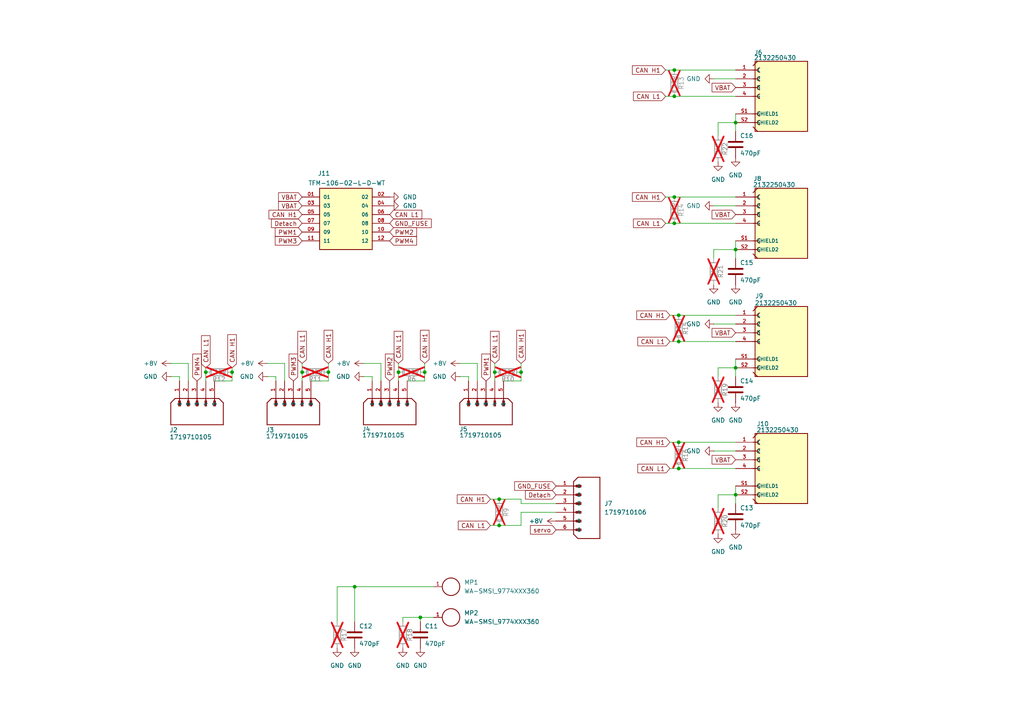
<source format=kicad_sch>
(kicad_sch (version 20231120) (generator "eeschema") (generator_version "8.0")
  (paper "A4")
  (title_block (title "CONNECTOR") (date "7/24/2024") (rev "V1.0"))
  (lib_symbols
    (symbol "1719710105:1719710105" (pin_names (offset 1.016))
      (property "Reference" "J" (at 0 8.89 0))
      (property "Value" "1719710105" (at 0 -10.16 0))
      (symbol "1719710105_0_0"
        (polyline (pts (xy 0 -6.35) (xy 1.27 -7.62)) (stroke (width 0.254)))
        (polyline (pts (xy 0 -5.08) (xy 1.905 -5.08)) (stroke (width 0.254)))
        (polyline (pts (xy 0 -2.54) (xy 1.905 -2.54)) (stroke (width 0.254)))
        (polyline (pts (xy 0 0) (xy 1.905 0)) (stroke (width 0.254)))
        (polyline (pts (xy 0 2.54) (xy 1.905 2.54)) (stroke (width 0.254)))
        (polyline (pts (xy 0 5.08) (xy 0 -6.35)) (stroke (width 0.254)))
        (polyline (pts (xy 0 5.08) (xy 1.905 5.08)) (stroke (width 0.254)))
        (polyline (pts (xy 0 6.35) (xy 0 5.08)) (stroke (width 0.254)))
        (polyline (pts (xy 0 6.35) (xy 1.27 7.62)) (stroke (width 0.254)))
        (polyline (pts (xy 1.27 -7.62) (xy 7.62 -7.62)) (stroke (width 0.254)))
        (polyline (pts (xy 7.62 -7.62) (xy 7.62 7.62)) (stroke (width 0.254)))
        (polyline (pts (xy 7.62 7.62) (xy 1.27 7.62)) (stroke (width 0.254)))
        (rectangle (start 0.635 -5.3975) (end 2.2225 -4.7625) (stroke (width 0.1)) (fill (type outline)))
        (rectangle (start 0.635 -2.8575) (end 2.2225 -2.2225) (stroke (width 0.1)) (fill (type outline)))
        (rectangle (start 0.635 -0.3175) (end 2.2225 0.3175) (stroke (width 0.1)) (fill (type outline)))
        (rectangle (start 0.635 2.2225) (end 2.2225 2.8575) (stroke (width 0.1)) (fill (type outline)))
        (rectangle (start 0.635 4.7625) (end 2.2225 5.3975) (stroke (width 0.1)) (fill (type outline)))
        (pin passive line (at -5.08 5.08 0) (length 5.08) (name "1") (number "1"))
        (pin passive line (at -5.08 2.54 0) (length 5.08) (name "2") (number "2"))
        (pin passive line (at -5.08 0 0) (length 5.08) (name "3") (number "3"))
        (pin passive line (at -5.08 -2.54 0) (length 5.08) (name "4") (number "4"))
        (pin passive line (at -5.08 -5.08 0) (length 5.08) (name "5") (number "5"))
      )
    )
    (symbol "1719710106:1719710106" (pin_names (offset 1.016))
      (property "Reference" "J" (at 0 8.89 0))
      (property "Value" "1719710106" (at 0 -12.7 0))
      (symbol "1719710106_0_0"
        (polyline (pts (xy 0 -8.89) (xy 1.27 -10.16)) (stroke (width 0.254)))
        (polyline (pts (xy 0 -7.62) (xy 1.905 -7.62)) (stroke (width 0.254)))
        (polyline (pts (xy 0 -5.08) (xy 1.905 -5.08)) (stroke (width 0.254)))
        (polyline (pts (xy 0 -2.54) (xy 1.905 -2.54)) (stroke (width 0.254)))
        (polyline (pts (xy 0 0) (xy 1.905 0)) (stroke (width 0.254)))
        (polyline (pts (xy 0 2.54) (xy 1.905 2.54)) (stroke (width 0.254)))
        (polyline (pts (xy 0 5.08) (xy 0 -8.89)) (stroke (width 0.254)))
        (polyline (pts (xy 0 5.08) (xy 1.905 5.08)) (stroke (width 0.254)))
        (polyline (pts (xy 0 6.35) (xy 0 5.08)) (stroke (width 0.254)))
        (polyline (pts (xy 0 6.35) (xy 1.27 7.62)) (stroke (width 0.254)))
        (polyline (pts (xy 1.27 -10.16) (xy 7.62 -10.16)) (stroke (width 0.254)))
        (polyline (pts (xy 7.62 -10.16) (xy 7.62 7.62)) (stroke (width 0.254)))
        (polyline (pts (xy 7.62 7.62) (xy 1.27 7.62)) (stroke (width 0.254)))
        (rectangle (start 0.635 -7.9375) (end 2.2225 -7.3025) (stroke (width 0.1)) (fill (type outline)))
        (rectangle (start 0.635 -5.3975) (end 2.2225 -4.7625) (stroke (width 0.1)) (fill (type outline)))
        (rectangle (start 0.635 -2.8575) (end 2.2225 -2.2225) (stroke (width 0.1)) (fill (type outline)))
        (rectangle (start 0.635 -0.3175) (end 2.2225 0.3175) (stroke (width 0.1)) (fill (type outline)))
        (rectangle (start 0.635 2.2225) (end 2.2225 2.8575) (stroke (width 0.1)) (fill (type outline)))
        (rectangle (start 0.635 4.7625) (end 2.2225 5.3975) (stroke (width 0.1)) (fill (type outline)))
        (pin passive line (at -5.08 5.08 0) (length 5.08) (name "1") (number "1"))
        (pin passive line (at -5.08 2.54 0) (length 5.08) (name "2") (number "2"))
        (pin passive line (at -5.08 0 0) (length 5.08) (name "3") (number "3"))
        (pin passive line (at -5.08 -2.54 0) (length 5.08) (name "4") (number "4"))
        (pin passive line (at -5.08 -5.08 0) (length 5.08) (name "5") (number "5"))
        (pin passive line (at -5.08 -7.62 0) (length 5.08) (name "6") (number "6"))
      )
    )
    (symbol "2132250430:2132250430" (pin_names (offset 1.016))
      (property "Reference" "J" (at -7.62 11.43 0))
      (property "Value" "2132250430" (at -7.62 -12.7 0))
      (symbol "2132250430_0_0"
        (rectangle (start -8.1817 -10.16) (end 7.0583 10.16) (stroke (width 0.254)) (fill (type background)))
        (polyline (pts (xy 6.35 10.16) (xy 7.62 8.89)) (stroke (width 0.254)))
        (polyline (pts (xy 7.62 -8.89) (xy 6.35 -10.16)) (stroke (width 0.254)))
        (polyline (pts (xy 7.62 -7.62) (xy 6.35 -7.62)) (stroke (width 0.254)))
        (polyline (pts (xy 7.62 -5.08) (xy 6.35 -5.08)) (stroke (width 0.254)))
        (polyline (pts (xy 7.62 0) (xy 6.35 0)) (stroke (width 0.254)))
        (polyline (pts (xy 7.62 2.54) (xy 6.35 2.54)) (stroke (width 0.254)))
        (polyline (pts (xy 7.62 5.08) (xy 6.35 5.08)) (stroke (width 0.254)))
        (polyline (pts (xy 7.62 7.62) (xy 6.35 7.62)) (stroke (width 0.254)))
        (arc (start 5.715 -8.255) (mid 6.3472 -7.62) (end 5.715 -6.985) (stroke (width 0.254)))
        (arc (start 5.715 -5.715) (mid 6.3472 -5.08) (end 5.715 -4.445) (stroke (width 0.254)))
        (arc (start 5.715 -0.635) (mid 6.3472 0) (end 5.715 0.635) (stroke (width 0.254)))
        (arc (start 5.715 1.905) (mid 6.3472 2.54) (end 5.715 3.175) (stroke (width 0.254)))
        (arc (start 5.715 4.445) (mid 6.3472 5.08) (end 5.715 5.715) (stroke (width 0.254)))
        (arc (start 5.715 6.985) (mid 6.3472 7.62) (end 5.715 8.255) (stroke (width 0.254)))
        (pin passive line (at 12.7 7.62 180) (length 5.08) (name "1") (number "1"))
        (pin passive line (at 12.7 5.08 180) (length 5.08) (name "2") (number "2"))
        (pin passive line (at 12.7 2.54 180) (length 5.08) (name "3") (number "3"))
        (pin passive line (at 12.7 0 180) (length 5.08) (name "4") (number "4"))
        (pin passive line (at 12.7 -5.08 180) (length 5.08) (name "SHIELD1") (number "S1"))
        (pin passive line (at 12.7 -7.62 180) (length 5.08) (name "SHIELD2") (number "S2"))
      )
    )
    (symbol "9774120360R:WA-SMSI_9774XXX360" (pin_names (offset 1.016))
      (property "Reference" "MP" (at 0 3.556 0))
      (symbol "WA-SMSI_9774XXX360_0_0"
        (circle (center 0 0) (radius 2.54) (stroke (width 0.254)))
        (pin passive line (at -5.08 0 0) (length 2.54) (name "~") (number "1"))
      )
    )
    (symbol "Device:C" (pin_numbers hide) (pin_names (offset 0.254))
      (property "Reference" "C" (at 0.635 2.54 0))
      (property "Value" "C" (at 0.635 -2.54 0))
      (symbol "C_0_1"
        (polyline (pts (xy -2.032 -0.762) (xy 2.032 -0.762)) (stroke (width 0.508)))
        (polyline (pts (xy -2.032 0.762) (xy 2.032 0.762)) (stroke (width 0.508)))
      )
      (symbol "C_1_1"
        (pin passive line (at 0 3.81 270) (length 2.794) (name "~") (number "1"))
        (pin passive line (at 0 -3.81 90) (length 2.794) (name "~") (number "2"))
      )
    )
    (symbol "Device:R" (pin_numbers hide) (pin_names (offset 0))
      (property "Reference" "R" (at 2.032 0 90))
      (property "Value" "R" (at 0 0 90))
      (symbol "R_0_1"
        (rectangle (start -1.016 -2.54) (end 1.016 2.54) (stroke (width 0.254)))
      )
      (symbol "R_1_1"
        (pin passive line (at 0 3.81 270) (length 1.27) (name "~") (number "1"))
        (pin passive line (at 0 -3.81 90) (length 1.27) (name "~") (number "2"))
      )
    )
    (symbol "GND_1" (power) (pin_numbers hide) (pin_names (offset 0) hide)
      (property "Value" "GND" (at 0 -3.81 0))
      (symbol "GND_1_0_1"
        (polyline (pts (xy 0 0) (xy 0 -1.27) (xy 1.27 -1.27) (xy 0 -2.54) (xy -1.27 -1.27) (xy 0 -1.27)))
      )
      (symbol "GND_1_1_1"
        (pin power_in line (at 0 0 270) (length 0) (name "~") (number "1"))
      )
    )
    (symbol "TFM_106_02_L_D_WT (1):TFM-106-02-L-D-WT" (pin_names (offset 1.016))
      (property "Reference" "J" (at -8.12 8.736 0))
      (property "Value" "TFM-106-02-L-D-WT" (at -7.62 -12.7 0))
      (symbol "TFM-106-02-L-D-WT_0_0"
        (rectangle (start -7.62 -10.16) (end 7.62 7.62) (stroke (width 0.254)) (fill (type background)))
        (pin passive line (at -12.7 5.08 0) (length 5.08) (name "01") (number "01"))
        (pin passive line (at 12.7 5.08 180) (length 5.08) (name "02") (number "02"))
        (pin passive line (at -12.7 2.54 0) (length 5.08) (name "03") (number "03"))
        (pin passive line (at 12.7 2.54 180) (length 5.08) (name "04") (number "04"))
        (pin passive line (at -12.7 0 0) (length 5.08) (name "05") (number "05"))
        (pin passive line (at 12.7 0 180) (length 5.08) (name "06") (number "06"))
        (pin passive line (at -12.7 -2.54 0) (length 5.08) (name "07") (number "07"))
        (pin passive line (at 12.7 -2.54 180) (length 5.08) (name "08") (number "08"))
        (pin passive line (at -12.7 -5.08 0) (length 5.08) (name "09") (number "09"))
        (pin passive line (at 12.7 -5.08 180) (length 5.08) (name "10") (number "10"))
        (pin passive line (at -12.7 -7.62 0) (length 5.08) (name "11") (number "11"))
        (pin passive line (at 12.7 -7.62 180) (length 5.08) (name "12") (number "12"))
      )
    )
    (symbol "power:+8V" (power) (pin_numbers hide) (pin_names (offset 0) hide)
      (property "Value" "+8V" (at 0 3.556 0))
      (symbol "+8V_0_1"
        (polyline (pts (xy -0.762 1.27) (xy 0 2.54)))
        (polyline (pts (xy 0 0) (xy 0 2.54)))
        (polyline (pts (xy 0 2.54) (xy 0.762 1.27)))
      )
      (symbol "+8V_1_1"
        (pin power_in line (at 0 0 90) (length 0) (name "~") (number "1"))
      )
    )
  )
  (junction (at 195.58 57.15))
  (junction (at 196.85 99.06))
  (junction (at 196.85 91.44))
  (junction (at 196.85 128.27))
  (junction (at 195.58 64.77))
  (junction (at 213.36 106.68))
  (junction (at 115.57 107.95))
  (junction (at 143.51 107.95))
  (junction (at 102.87 170.18))
  (junction (at 213.36 35.56))
  (junction (at 144.78 144.78))
  (junction (at 151.13 107.95))
  (junction (at 213.36 72.39))
  (junction (at 195.58 27.94))
  (junction (at 95.25 107.95))
  (junction (at 67.31 107.95))
  (junction (at 196.85 135.89))
  (junction (at 59.69 107.95))
  (junction (at 87.63 107.95))
  (junction (at 121.92 179.07))
  (junction (at 123.19 107.95))
  (junction (at 144.78 152.4))
  (junction (at 195.58 20.32))
  (junction (at 213.36 143.51))
  (wire (pts (xy 95.25 110.49) (xy 90.17 110.49)))
  (wire (pts (xy 208.28 147.32) (xy 208.28 143.51)))
  (wire (pts (xy 151.13 152.4) (xy 151.13 148.59)))
  (wire (pts (xy 67.31 110.49) (xy 62.23 110.49)))
  (wire (pts (xy 125.73 179.07) (xy 121.92 179.07)))
  (wire (pts (xy 144.78 144.78) (xy 151.13 144.78)))
  (wire (pts (xy 97.79 170.18) (xy 102.87 170.18)))
  (wire (pts (xy 123.19 105.41) (xy 123.19 107.95)))
  (wire (pts (xy 151.13 144.78) (xy 151.13 146.05)))
  (wire (pts (xy 194.31 99.06) (xy 196.85 99.06)))
  (wire (pts (xy 110.49 105.41) (xy 110.49 110.49)))
  (wire (pts (xy 123.19 107.95) (xy 123.19 110.49)))
  (wire (pts (xy 193.04 27.94) (xy 195.58 27.94)))
  (wire (pts (xy 49.53 109.22) (xy 52.07 109.22)))
  (wire (pts (xy 151.13 146.05) (xy 161.29 146.05)))
  (wire (pts (xy 80.01 109.22) (xy 80.01 110.49)))
  (wire (pts (xy 208.28 35.56) (xy 213.36 35.56)))
  (wire (pts (xy 142.24 152.4) (xy 144.78 152.4)))
  (wire (pts (xy 195.58 57.15) (xy 213.36 57.15)))
  (wire (pts (xy 194.31 128.27) (xy 196.85 128.27)))
  (wire (pts (xy 196.85 135.89) (xy 213.36 135.89)))
  (wire (pts (xy 133.35 105.41) (xy 138.43 105.41)))
  (wire (pts (xy 144.78 152.4) (xy 151.13 152.4)))
  (wire (pts (xy 196.85 99.06) (xy 213.36 99.06)))
  (wire (pts (xy 102.87 170.18) (xy 102.87 180.34)))
  (wire (pts (xy 196.85 91.44) (xy 213.36 91.44)))
  (wire (pts (xy 207.01 130.81) (xy 213.36 130.81)))
  (wire (pts (xy 207.01 22.86) (xy 213.36 22.86)))
  (wire (pts (xy 207.01 72.39) (xy 213.36 72.39)))
  (wire (pts (xy 213.36 104.14) (xy 213.36 106.68)))
  (wire (pts (xy 207.01 59.69) (xy 213.36 59.69)))
  (wire (pts (xy 135.89 109.22) (xy 135.89 110.49)))
  (wire (pts (xy 116.84 180.34) (xy 116.84 179.07)))
  (wire (pts (xy 107.95 109.22) (xy 107.95 110.49)))
  (wire (pts (xy 195.58 64.77) (xy 213.36 64.77)))
  (wire (pts (xy 87.63 105.41) (xy 87.63 107.95)))
  (wire (pts (xy 151.13 105.41) (xy 151.13 107.95)))
  (wire (pts (xy 95.25 105.41) (xy 95.25 107.95)))
  (wire (pts (xy 213.36 35.56) (xy 213.36 38.1)))
  (wire (pts (xy 67.31 107.95) (xy 67.31 110.49)))
  (wire (pts (xy 143.51 107.95) (xy 143.51 110.49)))
  (wire (pts (xy 193.04 64.77) (xy 195.58 64.77)))
  (wire (pts (xy 49.53 105.41) (xy 54.61 105.41)))
  (wire (pts (xy 115.57 107.95) (xy 115.57 110.49)))
  (wire (pts (xy 194.31 135.89) (xy 196.85 135.89)))
  (wire (pts (xy 105.41 109.22) (xy 107.95 109.22)))
  (wire (pts (xy 77.47 105.41) (xy 82.55 105.41)))
  (wire (pts (xy 59.69 107.95) (xy 59.69 110.49)))
  (wire (pts (xy 95.25 107.95) (xy 95.25 110.49)))
  (wire (pts (xy 142.24 144.78) (xy 144.78 144.78)))
  (wire (pts (xy 116.84 179.07) (xy 121.92 179.07)))
  (wire (pts (xy 207.01 74.93) (xy 207.01 72.39)))
  (wire (pts (xy 67.31 106.68) (xy 67.31 107.95)))
  (wire (pts (xy 151.13 107.95) (xy 151.13 110.49)))
  (wire (pts (xy 143.51 105.41) (xy 143.51 107.95)))
  (wire (pts (xy 207.01 93.98) (xy 213.36 93.98)))
  (wire (pts (xy 102.87 170.18) (xy 125.73 170.18)))
  (wire (pts (xy 52.07 109.22) (xy 52.07 110.49)))
  (wire (pts (xy 213.36 33.02) (xy 213.36 35.56)))
  (wire (pts (xy 59.69 106.68) (xy 59.69 107.95)))
  (wire (pts (xy 77.47 109.22) (xy 80.01 109.22)))
  (wire (pts (xy 195.58 20.32) (xy 213.36 20.32)))
  (wire (pts (xy 213.36 72.39) (xy 213.36 74.93)))
  (wire (pts (xy 213.36 69.85) (xy 213.36 72.39)))
  (wire (pts (xy 208.28 109.22) (xy 208.28 106.68)))
  (wire (pts (xy 115.57 105.41) (xy 115.57 107.95)))
  (wire (pts (xy 121.92 179.07) (xy 121.92 180.34)))
  (wire (pts (xy 194.31 91.44) (xy 196.85 91.44)))
  (wire (pts (xy 151.13 148.59) (xy 161.29 148.59)))
  (wire (pts (xy 54.61 105.41) (xy 54.61 110.49)))
  (wire (pts (xy 82.55 105.41) (xy 82.55 110.49)))
  (wire (pts (xy 208.28 143.51) (xy 213.36 143.51)))
  (wire (pts (xy 138.43 105.41) (xy 138.43 110.49)))
  (wire (pts (xy 87.63 107.95) (xy 87.63 110.49)))
  (wire (pts (xy 123.19 110.49) (xy 118.11 110.49)))
  (wire (pts (xy 196.85 128.27) (xy 213.36 128.27)))
  (wire (pts (xy 133.35 109.22) (xy 135.89 109.22)))
  (wire (pts (xy 195.58 27.94) (xy 213.36 27.94)))
  (wire (pts (xy 213.36 106.68) (xy 213.36 109.22)))
  (wire (pts (xy 208.28 39.37) (xy 208.28 35.56)))
  (wire (pts (xy 208.28 106.68) (xy 213.36 106.68)))
  (wire (pts (xy 213.36 140.97) (xy 213.36 143.51)))
  (wire (pts (xy 105.41 105.41) (xy 110.49 105.41)))
  (wire (pts (xy 213.36 143.51) (xy 213.36 146.05)))
  (wire (pts (xy 193.04 57.15) (xy 195.58 57.15)))
  (wire (pts (xy 151.13 110.49) (xy 146.05 110.49)))
  (wire (pts (xy 193.04 20.32) (xy 195.58 20.32)))
  (wire (pts (xy 97.79 180.34) (xy 97.79 170.18)))
  (global_label "CAN H1" (shape input) (at 67.31 106.68 90) (property "Intersheetrefs" "${INTERSHEET_REFS}" (effects (hide yes))))
  (global_label "PWM2" (shape input) (at 113.03 67.31 0) (property "Intersheetrefs" "${INTERSHEET_REFS}" (effects (hide yes))))
  (global_label "CAN H1" (shape input) (at 95.25 105.41 90) (property "Intersheetrefs" "${INTERSHEET_REFS}" (effects (hide yes))))
  (global_label "VBAT" (shape input) (at 87.63 57.15 180) (property "Intersheetrefs" "${INTERSHEET_REFS}" (effects (hide yes))))
  (global_label "CAN L1" (shape input) (at 193.04 64.77 180) (property "Intersheetrefs" "${INTERSHEET_REFS}" (effects (hide yes))))
  (global_label "VBAT" (shape input) (at 213.36 25.4 180) (property "Intersheetrefs" "${INTERSHEET_REFS}" (effects (hide yes))))
  (global_label "CAN H1" (shape input) (at 87.63 62.23 180) (property "Intersheetrefs" "${INTERSHEET_REFS}" (effects (hide yes))))
  (global_label "CAN H1" (shape input) (at 142.24 144.78 180) (property "Intersheetrefs" "${INTERSHEET_REFS}" (effects (hide yes))))
  (global_label "CAN L1" (shape input) (at 194.31 99.06 180) (property "Intersheetrefs" "${INTERSHEET_REFS}" (effects (hide yes))))
  (global_label "PWM3" (shape input) (at 87.63 69.85 180) (property "Intersheetrefs" "${INTERSHEET_REFS}" (effects (hide yes))))
  (global_label "CAN L1" (shape input) (at 193.04 27.94 180) (property "Intersheetrefs" "${INTERSHEET_REFS}" (effects (hide yes))))
  (global_label "PWM2" (shape input) (at 113.03 110.49 90) (property "Intersheetrefs" "${INTERSHEET_REFS}" (effects (hide yes))))
  (global_label "CAN L1" (shape input) (at 115.57 105.41 90) (property "Intersheetrefs" "${INTERSHEET_REFS}" (effects (hide yes))))
  (global_label "CAN H1" (shape input) (at 194.31 128.27 180) (property "Intersheetrefs" "${INTERSHEET_REFS}" (effects (hide yes))))
  (global_label "VBAT" (shape input) (at 213.36 96.52 180) (property "Intersheetrefs" "${INTERSHEET_REFS}" (effects (hide yes))))
  (global_label "CAN L1" (shape input) (at 194.31 135.89 180) (property "Intersheetrefs" "${INTERSHEET_REFS}" (effects (hide yes))))
  (global_label "CAN L1" (shape input) (at 143.51 105.41 90) (property "Intersheetrefs" "${INTERSHEET_REFS}" (effects (hide yes))))
  (global_label "Detach" (shape input) (at 161.29 143.51 180) (property "Intersheetrefs" "${INTERSHEET_REFS}" (effects (hide yes))))
  (global_label "VBAT" (shape input) (at 213.36 62.23 180) (property "Intersheetrefs" "${INTERSHEET_REFS}" (effects (hide yes))))
  (global_label "CAN L1" (shape input) (at 59.69 106.68 90) (property "Intersheetrefs" "${INTERSHEET_REFS}" (effects (hide yes))))
  (global_label "VBAT" (shape input) (at 213.36 133.35 180) (property "Intersheetrefs" "${INTERSHEET_REFS}" (effects (hide yes))))
  (global_label "Detach" (shape input) (at 87.63 64.77 180) (property "Intersheetrefs" "${INTERSHEET_REFS}" (effects (hide yes))))
  (global_label "GND_FUSE" (shape input) (at 161.29 140.97 180) (property "Intersheetrefs" "${INTERSHEET_REFS}" (effects (hide yes))))
  (global_label "servo" (shape input) (at 161.29 153.67 180) (property "Intersheetrefs" "${INTERSHEET_REFS}" (effects (hide yes))))
  (global_label "CAN H1" (shape input) (at 193.04 20.32 180) (property "Intersheetrefs" "${INTERSHEET_REFS}" (effects (hide yes))))
  (global_label "CAN L1" (shape input) (at 113.03 62.23 0) (property "Intersheetrefs" "${INTERSHEET_REFS}" (effects (hide yes))))
  (global_label "PWM4" (shape input) (at 113.03 69.85 0) (property "Intersheetrefs" "${INTERSHEET_REFS}" (effects (hide yes))))
  (global_label "GND_FUSE" (shape input) (at 113.03 64.77 0) (property "Intersheetrefs" "${INTERSHEET_REFS}" (effects (hide yes))))
  (global_label "PWM3" (shape input) (at 85.09 110.49 90) (property "Intersheetrefs" "${INTERSHEET_REFS}" (effects (hide yes))))
  (global_label "PWM4" (shape input) (at 57.15 110.49 90) (property "Intersheetrefs" "${INTERSHEET_REFS}" (effects (hide yes))))
  (global_label "CAN H1" (shape input) (at 123.19 105.41 90) (property "Intersheetrefs" "${INTERSHEET_REFS}" (effects (hide yes))))
  (global_label "PWM1" (shape input) (at 140.97 110.49 90) (property "Intersheetrefs" "${INTERSHEET_REFS}" (effects (hide yes))))
  (global_label "CAN H1" (shape input) (at 151.13 105.41 90) (property "Intersheetrefs" "${INTERSHEET_REFS}" (effects (hide yes))))
  (global_label "VBAT" (shape input) (at 87.63 59.69 180) (property "Intersheetrefs" "${INTERSHEET_REFS}" (effects (hide yes))))
  (global_label "CAN L1" (shape input) (at 87.63 105.41 90) (property "Intersheetrefs" "${INTERSHEET_REFS}" (effects (hide yes))))
  (global_label "CAN H1" (shape input) (at 193.04 57.15 180) (property "Intersheetrefs" "${INTERSHEET_REFS}" (effects (hide yes))))
  (global_label "CAN H1" (shape input) (at 194.31 91.44 180) (property "Intersheetrefs" "${INTERSHEET_REFS}" (effects (hide yes))))
  (global_label "CAN L1" (shape input) (at 142.24 152.4 180) (property "Intersheetrefs" "${INTERSHEET_REFS}" (effects (hide yes))))
  (global_label "PWM1" (shape input) (at 87.63 67.31 180) (property "Intersheetrefs" "${INTERSHEET_REFS}" (effects (hide yes))))
  (symbol (lib_name "GND_1") (lib_id "power:GND") (at 207.01 130.81 270) (unit 1)
    (property "Reference" "#PWR031" (effects (hide yes)))
    (property "Value" "GND" (at 203.2 130.8099 90) (effects (justify right)))
    (property "Description" "Power symbol creates a global label with name \"GND\" , ground" (effects (hide yes)))
  )
  (symbol (lib_name "GND_1") (lib_id "power:GND") (at 207.01 22.86 270) (unit 1)
    (property "Reference" "#PWR027" (effects (hide yes)))
    (property "Value" "GND" (at 203.2 22.8599 90) (effects (justify right)))
    (property "Description" "Power symbol creates a global label with name \"GND\" , ground" (effects (hide yes)))
  )
  (symbol (lib_id "power:+8V") (at 77.47 105.41 90) (unit 1)
    (property "Reference" "#PWR037" (effects (hide yes)))
    (property "Value" "+8V" (at 73.66 105.4099 90) (effects (justify left)))
    (property "Description" "Power symbol creates a global label with name \"+8V\"" (effects (hide yes)))
  )
  (symbol (lib_name "GND_1") (lib_id "power:GND") (at 208.28 46.99 0) (unit 1)
    (property "Reference" "#PWR043" (effects (hide yes)))
    (property "Value" "GND" (at 208.28 52.07 0))
    (property "Description" "Power symbol creates a global label with name \"GND\" , ground" (effects (hide yes)))
  )
  (symbol (lib_id "Device:R") (at 196.85 95.25 0) (unit 1) (dnp yes)
    (property "Reference" "R15" (at 198.882 95.25 90))
    (property "Value" "120R" (at 196.85 95.504 90))
    (property "Footprint" "Resistor_SMD:R_0402_1005Metric" (effects (hide yes)))
    (property "Datasheet" "https://wmsc.lcsc.com/wmsc/upload/file/pdf/v2/lcsc/2205311900_UNI-ROYAL-Uniroyal-Elec-0402WGF1200TCE_C25079.pdf" (effects (hide yes)))
    (property "Description" "62.5mW Thick Film Resistors 50V ±100ppm/℃ ±1% 120Ω 0402  Chip Resistor - Surface Mount ROHS" (effects (hide yes)))
    (property "MANUFACTURER" "UNI-ROYAL(Uniroyal Elec)" (effects (hide yes)))
    (property "PART NUMBER" "0402WGF1200TCE" (effects (hide yes)))
    (property "ALTIUM_VALUE" "100k" (effects (hide yes)))
  )
  (symbol (lib_id "Device:R") (at 144.78 148.59 0) (unit 1) (dnp yes)
    (property "Reference" "R9" (at 146.812 148.59 90))
    (property "Value" "120R" (at 144.78 148.844 90))
    (property "Footprint" "Resistor_SMD:R_0402_1005Metric" (effects (hide yes)))
    (property "Datasheet" "https://wmsc.lcsc.com/wmsc/upload/file/pdf/v2/lcsc/2205311900_UNI-ROYAL-Uniroyal-Elec-0402WGF1200TCE_C25079.pdf" (effects (hide yes)))
    (property "Description" "62.5mW Thick Film Resistors 50V ±100ppm/℃ ±1% 120Ω 0402  Chip Resistor - Surface Mount ROHS" (effects (hide yes)))
    (property "MANUFACTURER" "UNI-ROYAL(Uniroyal Elec)" (effects (hide yes)))
    (property "PART NUMBER" "0402WGF1200TCE" (effects (hide yes)))
    (property "ALTIUM_VALUE" "100k" (effects (hide yes)))
  )
  (symbol (lib_name "GND_1") (lib_id "power:GND") (at 113.03 57.15 90) (unit 1)
    (property "Reference" "#PWR023" (effects (hide yes)))
    (property "Value" "GND" (at 116.84 57.1499 90) (effects (justify right)))
    (property "Description" "Power symbol creates a global label with name \"GND\" , ground" (effects (hide yes)))
  )
  (symbol (lib_name "GND_1") (lib_id "power:GND") (at 121.92 187.96 0) (unit 1)
    (property "Reference" "#PWR07" (effects (hide yes)))
    (property "Value" "GND" (at 121.92 193.04 0))
    (property "Description" "Power symbol creates a global label with name \"GND\" , ground" (effects (hide yes)))
  )
  (symbol (lib_id "Device:R") (at 207.01 78.74 0) (unit 1) (dnp yes)
    (property "Reference" "R21" (at 209.042 78.74 90))
    (property "Value" "2M" (at 207.01 78.994 90))
    (property "Footprint" "Capacitor_SMD:C_1206_3216Metric" (effects (hide yes)))
    (property "Datasheet" "https://wmsc.lcsc.com/wmsc/upload/file/pdf/v2/lcsc/2206010030_UNI-ROYAL-Uniroyal-Elec-1206W4F2004T5E_C26120.pdf" (effects (hide yes)))
    (property "Description" "250mW Thick Film Resistors 200V ±100ppm/℃ ±1% 2MΩ 1206  Chip Resistor - Surface Mount ROHS" (effects (hide yes)))
    (property "MANUFACTURER" "UNI-ROYAL(Uniroyal Elec)" (effects (hide yes)))
    (property "PART NUMBER" "1206W4F2004T5E" (effects (hide yes)))
    (property "ALTIUM_VALUE" "100k" (effects (hide yes)))
  )
  (symbol (lib_id "2132250430:2132250430") (at 226.06 135.89 0) (mirror y) (unit 1)
    (property "Reference" "J10" (at 221.234 122.936 0))
    (property "Value" "2132250430" (at 225.552 124.714 0))
    (property "Footprint" "2132250430:MOLEX_2132250430" (effects (hide yes)))
    (property "PARTREV" "D" (effects (hide yes)))
    (property "STANDARD" "Manufacturer Recommendations" (effects (hide yes)))
    (property "MAXIMUM_PACKAGE_HEIGHT" "7.3 mm" (effects (hide yes)))
    (property "MANUFACTURER" "Molex" (effects (hide yes)))
  )
  (symbol (lib_id "Device:R") (at 208.28 43.18 0) (unit 1) (dnp yes)
    (property "Reference" "R22" (at 210.312 43.18 90))
    (property "Value" "2M" (at 208.28 43.434 90))
    (property "Footprint" "Capacitor_SMD:C_1206_3216Metric" (effects (hide yes)))
    (property "Datasheet" "https://wmsc.lcsc.com/wmsc/upload/file/pdf/v2/lcsc/2206010030_UNI-ROYAL-Uniroyal-Elec-1206W4F2004T5E_C26120.pdf" (effects (hide yes)))
    (property "Description" "250mW Thick Film Resistors 200V ±100ppm/℃ ±1% 2MΩ 1206  Chip Resistor - Surface Mount ROHS" (effects (hide yes)))
    (property "MANUFACTURER" "UNI-ROYAL(Uniroyal Elec)" (effects (hide yes)))
    (property "PART NUMBER" "1206W4F2004T5E" (effects (hide yes)))
    (property "ALTIUM_VALUE" "100k" (effects (hide yes)))
  )
  (symbol (lib_id "Device:R") (at 196.85 132.08 0) (unit 1) (dnp yes)
    (property "Reference" "R16" (at 198.882 132.08 90))
    (property "Value" "120R" (at 196.85 132.334 90))
    (property "Footprint" "Resistor_SMD:R_0402_1005Metric" (effects (hide yes)))
    (property "Datasheet" "https://wmsc.lcsc.com/wmsc/upload/file/pdf/v2/lcsc/2205311900_UNI-ROYAL-Uniroyal-Elec-0402WGF1200TCE_C25079.pdf" (effects (hide yes)))
    (property "Description" "62.5mW Thick Film Resistors 50V ±100ppm/℃ ±1% 120Ω 0402  Chip Resistor - Surface Mount ROHS" (effects (hide yes)))
    (property "MANUFACTURER" "UNI-ROYAL(Uniroyal Elec)" (effects (hide yes)))
    (property "PART NUMBER" "0402WGF1200TCE" (effects (hide yes)))
    (property "ALTIUM_VALUE" "100k" (effects (hide yes)))
  )
  (symbol (lib_id "9774120360R:WA-SMSI_9774XXX360") (at 130.81 170.18 0) (unit 1)
    (property "Reference" "MP1" (at 134.62 168.9099 0) (effects (justify left)))
    (property "Value" "WA-SMSI_9774XXX360" (at 134.62 171.4499 0) (effects (justify left)))
    (property "Footprint" "9774120360R:WA-SMSI_9774120360" (effects (hide yes)))
    (property "THREAD" "M3" (effects (hide yes)))
    (property "INNER-DIAMETER" "4.2mm" (effects (hide yes)))
    (property "PIN-LENGTH" "12mm" (effects (hide yes)))
    (property "INNER-THREAD-LENGTH" "-" (effects (hide yes)))
    (property "VALUE" "M3 x 12mm" (effects (hide yes)))
    (property "DATASHEET-URL" "https://www.we-online.com/catalog/datasheet/9774120360R.pdf" (effects (hide yes)))
    (property "PART-NUMBER" "9774120360R" (effects (hide yes)))
    (property "OUTER-DIAMETER" "6mm" (effects (hide yes)))
  )
  (symbol (lib_name "GND_1") (lib_id "power:GND") (at 207.01 82.55 0) (unit 1)
    (property "Reference" "#PWR044" (effects (hide yes)))
    (property "Value" "GND" (at 207.01 87.63 0))
    (property "Description" "Power symbol creates a global label with name \"GND\" , ground" (effects (hide yes)))
  )
  (symbol (lib_name "GND_1") (lib_id "power:GND") (at 207.01 93.98 270) (unit 1)
    (property "Reference" "#PWR029" (effects (hide yes)))
    (property "Value" "GND" (at 203.2 93.9799 90) (effects (justify right)))
    (property "Description" "Power symbol creates a global label with name \"GND\" , ground" (effects (hide yes)))
  )
  (symbol (lib_id "Device:C") (at 213.36 41.91 0) (unit 1)
    (property "Reference" "C16" (at 214.63 39.37 0) (effects (justify left)))
    (property "Value" "470pF" (at 214.63 44.45 0) (effects (justify left)))
    (property "Footprint" "Capacitor_SMD:C_1206_3216Metric" (effects (hide yes)))
    (property "Datasheet" "https://wmsc.lcsc.com/wmsc/upload/file/pdf/v2/lcsc/2208181800_FOJAN-FCC1206B471K102DT_C5137622.pdf" (effects (hide yes)))
    (property "Description" "1kV 470pF X7R ±10% 1206  Multilayer Ceramic Capacitors MLCC - SMD/SMT ROHS" (effects (hide yes)))
    (property "Part" "FCC1206B471K102DT" (effects (hide yes)))
  )
  (symbol (lib_id "Device:C") (at 121.92 184.15 0) (unit 1)
    (property "Reference" "C11" (at 123.19 181.61 0) (effects (justify left)))
    (property "Value" "470pF" (at 123.19 186.69 0) (effects (justify left)))
    (property "Footprint" "Capacitor_SMD:C_1206_3216Metric" (effects (hide yes)))
    (property "Datasheet" "https://wmsc.lcsc.com/wmsc/upload/file/pdf/v2/lcsc/2208181800_FOJAN-FCC1206B471K102DT_C5137622.pdf" (effects (hide yes)))
    (property "Description" "1kV 470pF X7R ±10% 1206  Multilayer Ceramic Capacitors MLCC - SMD/SMT ROHS" (effects (hide yes)))
    (property "Part" "FCC1206B471K102DT" (effects (hide yes)))
  )
  (symbol (lib_name "GND_1") (lib_id "power:GND") (at 208.28 116.84 0) (unit 1)
    (property "Reference" "#PWR046" (effects (hide yes)))
    (property "Value" "GND" (at 208.28 121.92 0))
    (property "Description" "Power symbol creates a global label with name \"GND\" , ground" (effects (hide yes)))
  )
  (symbol (lib_id "Device:R") (at 91.44 107.95 270) (unit 1) (dnp yes)
    (property "Reference" "R11" (at 91.44 109.982 90))
    (property "Value" "120R" (at 91.186 107.95 90))
    (property "Footprint" "Resistor_SMD:R_0402_1005Metric" (effects (hide yes)))
    (property "Datasheet" "https://wmsc.lcsc.com/wmsc/upload/file/pdf/v2/lcsc/2205311900_UNI-ROYAL-Uniroyal-Elec-0402WGF1200TCE_C25079.pdf" (effects (hide yes)))
    (property "Description" "62.5mW Thick Film Resistors 50V ±100ppm/℃ ±1% 120Ω 0402  Chip Resistor - Surface Mount ROHS" (effects (hide yes)))
    (property "MANUFACTURER" "UNI-ROYAL(Uniroyal Elec)" (effects (hide yes)))
    (property "PART NUMBER" "0402WGF1200TCE" (effects (hide yes)))
    (property "ALTIUM_VALUE" "100k" (effects (hide yes)))
  )
  (symbol (lib_name "GND_1") (lib_id "power:GND") (at 97.79 187.96 0) (unit 1)
    (property "Reference" "#PWR032" (effects (hide yes)))
    (property "Value" "GND" (at 97.79 193.04 0))
    (property "Description" "Power symbol creates a global label with name \"GND\" , ground" (effects (hide yes)))
  )
  (symbol (lib_id "Device:R") (at 147.32 107.95 270) (unit 1) (dnp yes)
    (property "Reference" "R10" (at 147.32 109.982 90))
    (property "Value" "120R" (at 147.066 107.95 90))
    (property "Footprint" "Resistor_SMD:R_0402_1005Metric" (effects (hide yes)))
    (property "Datasheet" "https://wmsc.lcsc.com/wmsc/upload/file/pdf/v2/lcsc/2205311900_UNI-ROYAL-Uniroyal-Elec-0402WGF1200TCE_C25079.pdf" (effects (hide yes)))
    (property "Description" "62.5mW Thick Film Resistors 50V ±100ppm/℃ ±1% 120Ω 0402  Chip Resistor - Surface Mount ROHS" (effects (hide yes)))
    (property "MANUFACTURER" "UNI-ROYAL(Uniroyal Elec)" (effects (hide yes)))
    (property "PART NUMBER" "0402WGF1200TCE" (effects (hide yes)))
    (property "ALTIUM_VALUE" "100k" (effects (hide yes)))
  )
  (symbol (lib_id "Device:R") (at 195.58 60.96 0) (unit 1) (dnp yes)
    (property "Reference" "R14" (at 197.612 60.96 90))
    (property "Value" "120R" (at 195.58 61.214 90))
    (property "Footprint" "Resistor_SMD:R_0402_1005Metric" (effects (hide yes)))
    (property "Datasheet" "https://wmsc.lcsc.com/wmsc/upload/file/pdf/v2/lcsc/2205311900_UNI-ROYAL-Uniroyal-Elec-0402WGF1200TCE_C25079.pdf" (effects (hide yes)))
    (property "Description" "62.5mW Thick Film Resistors 50V ±100ppm/℃ ±1% 120Ω 0402  Chip Resistor - Surface Mount ROHS" (effects (hide yes)))
    (property "MANUFACTURER" "UNI-ROYAL(Uniroyal Elec)" (effects (hide yes)))
    (property "PART NUMBER" "0402WGF1200TCE" (effects (hide yes)))
    (property "ALTIUM_VALUE" "100k" (effects (hide yes)))
  )
  (symbol (lib_id "power:+8V") (at 133.35 105.41 90) (unit 1)
    (property "Reference" "#PWR035" (effects (hide yes)))
    (property "Value" "+8V" (at 129.54 105.4099 90) (effects (justify left)))
    (property "Description" "Power symbol creates a global label with name \"+8V\"" (effects (hide yes)))
  )
  (symbol (lib_id "power:+8V") (at 105.41 105.41 90) (unit 1)
    (property "Reference" "#PWR036" (effects (hide yes)))
    (property "Value" "+8V" (at 101.6 105.4099 90) (effects (justify left)))
    (property "Description" "Power symbol creates a global label with name \"+8V\"" (effects (hide yes)))
  )
  (symbol (lib_id "Device:R") (at 195.58 24.13 0) (unit 1) (dnp yes)
    (property "Reference" "R13" (at 197.612 24.13 90))
    (property "Value" "120R" (at 195.58 24.384 90))
    (property "Footprint" "Resistor_SMD:R_0402_1005Metric" (effects (hide yes)))
    (property "Datasheet" "https://wmsc.lcsc.com/wmsc/upload/file/pdf/v2/lcsc/2205311900_UNI-ROYAL-Uniroyal-Elec-0402WGF1200TCE_C25079.pdf" (effects (hide yes)))
    (property "Description" "62.5mW Thick Film Resistors 50V ±100ppm/℃ ±1% 120Ω 0402  Chip Resistor - Surface Mount ROHS" (effects (hide yes)))
    (property "MANUFACTURER" "UNI-ROYAL(Uniroyal Elec)" (effects (hide yes)))
    (property "PART NUMBER" "0402WGF1200TCE" (effects (hide yes)))
    (property "ALTIUM_VALUE" "100k" (effects (hide yes)))
  )
  (symbol (lib_id "1719710105:1719710105") (at 85.09 115.57 90) (mirror x) (unit 1)
    (property "Reference" "J3" (at 79.502 124.714 90) (effects (justify left)))
    (property "Value" "1719710105" (at 89.408 126.492 90) (effects (justify left)))
    (property "Footprint" "1719710105:MOLEX_1719710105" (effects (hide yes)))
    (property "PARTREV" "C1" (effects (hide yes)))
    (property "STANDARD" "Manufacturer Recommendations" (effects (hide yes)))
    (property "MAXIMUM_PACKAGE_HEIGHT" "11.8 mm" (effects (hide yes)))
    (property "MANUFACTURER" "Molex" (effects (hide yes)))
  )
  (symbol (lib_id "2132250430:2132250430") (at 226.06 64.77 0) (mirror y) (unit 1)
    (property "Reference" "J8" (at 219.71 51.816 0))
    (property "Value" "2132250430" (at 224.536 53.594 0))
    (property "Footprint" "2132250430:MOLEX_2132250430" (effects (hide yes)))
    (property "PARTREV" "D" (effects (hide yes)))
    (property "STANDARD" "Manufacturer Recommendations" (effects (hide yes)))
    (property "MAXIMUM_PACKAGE_HEIGHT" "7.3 mm" (effects (hide yes)))
    (property "MANUFACTURER" "Molex" (effects (hide yes)))
  )
  (symbol (lib_name "GND_1") (lib_id "power:GND") (at 77.47 109.22 270) (unit 1)
    (property "Reference" "#PWR041" (effects (hide yes)))
    (property "Value" "GND" (at 73.66 109.2199 90) (effects (justify right)))
    (property "Description" "Power symbol creates a global label with name \"GND\" , ground" (effects (hide yes)))
  )
  (symbol (lib_id "1719710106:1719710106") (at 166.37 146.05 0) (unit 1)
    (property "Reference" "J7" (at 175.26 146.0499 0) (effects (justify left)))
    (property "Value" "1719710106" (at 175.26 148.5899 0) (effects (justify left)))
    (property "Footprint" "1719710106:MOLEX_1719710106" (effects (hide yes)))
    (property "PARTREV" "C1" (effects (hide yes)))
    (property "STANDARD" "Manufacturer Recommendations" (effects (hide yes)))
    (property "MAXIMUM_PACKAGE_HEIGHT" "11.8 mm" (effects (hide yes)))
    (property "MANUFACTURER" "Molex" (effects (hide yes)))
  )
  (symbol (lib_id "2132250430:2132250430") (at 226.06 99.06 0) (mirror y) (unit 1)
    (property "Reference" "J9" (at 220.218 85.852 0))
    (property "Value" "2132250430" (at 225.044 87.884 0))
    (property "Footprint" "2132250430:MOLEX_2132250430" (effects (hide yes)))
    (property "PARTREV" "D" (effects (hide yes)))
    (property "STANDARD" "Manufacturer Recommendations" (effects (hide yes)))
    (property "MAXIMUM_PACKAGE_HEIGHT" "7.3 mm" (effects (hide yes)))
    (property "MANUFACTURER" "Molex" (effects (hide yes)))
  )
  (symbol (lib_id "Device:R") (at 119.38 107.95 270) (unit 1) (dnp yes)
    (property "Reference" "R6" (at 119.38 109.982 90))
    (property "Value" "120R" (at 119.126 107.95 90))
    (property "Footprint" "Resistor_SMD:R_0402_1005Metric" (effects (hide yes)))
    (property "Datasheet" "https://wmsc.lcsc.com/wmsc/upload/file/pdf/v2/lcsc/2205311900_UNI-ROYAL-Uniroyal-Elec-0402WGF1200TCE_C25079.pdf" (effects (hide yes)))
    (property "Description" "62.5mW Thick Film Resistors 50V ±100ppm/℃ ±1% 120Ω 0402  Chip Resistor - Surface Mount ROHS" (effects (hide yes)))
    (property "MANUFACTURER" "UNI-ROYAL(Uniroyal Elec)" (effects (hide yes)))
    (property "PART NUMBER" "0402WGF1200TCE" (effects (hide yes)))
    (property "ALTIUM_VALUE" "100k" (effects (hide yes)))
  )
  (symbol (lib_id "power:+8V") (at 161.29 151.13 90) (unit 1)
    (property "Reference" "#PWR033" (effects (hide yes)))
    (property "Value" "+8V" (at 157.48 151.1299 90) (effects (justify left)))
    (property "Description" "Power symbol creates a global label with name \"+8V\"" (effects (hide yes)))
  )
  (symbol (lib_id "Device:C") (at 213.36 113.03 0) (unit 1)
    (property "Reference" "C14" (at 214.63 110.49 0) (effects (justify left)))
    (property "Value" "470pF" (at 214.63 115.57 0) (effects (justify left)))
    (property "Footprint" "Capacitor_SMD:C_1206_3216Metric" (effects (hide yes)))
    (property "Datasheet" "https://wmsc.lcsc.com/wmsc/upload/file/pdf/v2/lcsc/2208181800_FOJAN-FCC1206B471K102DT_C5137622.pdf" (effects (hide yes)))
    (property "Description" "1kV 470pF X7R ±10% 1206  Multilayer Ceramic Capacitors MLCC - SMD/SMT ROHS" (effects (hide yes)))
    (property "Part" "FCC1206B471K102DT" (effects (hide yes)))
  )
  (symbol (lib_name "GND_1") (lib_id "power:GND") (at 113.03 59.69 90) (unit 1)
    (property "Reference" "#PWR025" (effects (hide yes)))
    (property "Value" "GND" (at 116.84 59.6899 90) (effects (justify right)))
    (property "Description" "Power symbol creates a global label with name \"GND\" , ground" (effects (hide yes)))
  )
  (symbol (lib_id "Device:R") (at 97.79 184.15 0) (unit 1) (dnp yes)
    (property "Reference" "R17" (at 99.822 184.15 90))
    (property "Value" "2M" (at 97.79 184.404 90))
    (property "Footprint" "Capacitor_SMD:C_1206_3216Metric" (effects (hide yes)))
    (property "Datasheet" "https://wmsc.lcsc.com/wmsc/upload/file/pdf/v2/lcsc/2206010030_UNI-ROYAL-Uniroyal-Elec-1206W4F2004T5E_C26120.pdf" (effects (hide yes)))
    (property "Description" "250mW Thick Film Resistors 200V ±100ppm/℃ ±1% 2MΩ 1206  Chip Resistor - Surface Mount ROHS" (effects (hide yes)))
    (property "MANUFACTURER" "UNI-ROYAL(Uniroyal Elec)" (effects (hide yes)))
    (property "PART NUMBER" "1206W4F2004T5E" (effects (hide yes)))
    (property "ALTIUM_VALUE" "100k" (effects (hide yes)))
  )
  (symbol (lib_id "1719710105:1719710105") (at 57.15 115.57 90) (mirror x) (unit 1)
    (property "Reference" "J2" (at 51.562 124.714 90) (effects (justify left)))
    (property "Value" "1719710105" (at 61.468 126.746 90) (effects (justify left)))
    (property "Footprint" "1719710105:MOLEX_1719710105" (effects (hide yes)))
    (property "PARTREV" "C1" (effects (hide yes)))
    (property "STANDARD" "Manufacturer Recommendations" (effects (hide yes)))
    (property "MAXIMUM_PACKAGE_HEIGHT" "11.8 mm" (effects (hide yes)))
    (property "MANUFACTURER" "Molex" (effects (hide yes)))
  )
  (symbol (lib_id "1719710105:1719710105") (at 113.03 115.57 90) (mirror x) (unit 1)
    (property "Reference" "J4" (at 107.442 124.46 90) (effects (justify left)))
    (property "Value" "1719710105" (at 117.348 126.238 90) (effects (justify left)))
    (property "Footprint" "1719710105:MOLEX_1719710105" (effects (hide yes)))
    (property "PARTREV" "C1" (effects (hide yes)))
    (property "STANDARD" "Manufacturer Recommendations" (effects (hide yes)))
    (property "MAXIMUM_PACKAGE_HEIGHT" "11.8 mm" (effects (hide yes)))
    (property "MANUFACTURER" "Molex" (effects (hide yes)))
  )
  (symbol (lib_id "1719710105:1719710105") (at 140.97 115.57 90) (mirror x) (unit 1)
    (property "Reference" "J5" (at 135.636 124.46 90) (effects (justify left)))
    (property "Value" "1719710105" (at 145.542 126.238 90) (effects (justify left)))
    (property "Footprint" "1719710105:MOLEX_1719710105" (effects (hide yes)))
    (property "PARTREV" "C1" (effects (hide yes)))
    (property "STANDARD" "Manufacturer Recommendations" (effects (hide yes)))
    (property "MAXIMUM_PACKAGE_HEIGHT" "11.8 mm" (effects (hide yes)))
    (property "MANUFACTURER" "Molex" (effects (hide yes)))
  )
  (symbol (lib_id "Device:R") (at 63.5 107.95 270) (unit 1) (dnp yes)
    (property "Reference" "R12" (at 63.5 109.982 90))
    (property "Value" "120R" (at 63.246 107.95 90))
    (property "Footprint" "Resistor_SMD:R_0402_1005Metric" (effects (hide yes)))
    (property "Datasheet" "https://wmsc.lcsc.com/wmsc/upload/file/pdf/v2/lcsc/2205311900_UNI-ROYAL-Uniroyal-Elec-0402WGF1200TCE_C25079.pdf" (effects (hide yes)))
    (property "Description" "62.5mW Thick Film Resistors 50V ±100ppm/℃ ±1% 120Ω 0402  Chip Resistor - Surface Mount ROHS" (effects (hide yes)))
    (property "MANUFACTURER" "UNI-ROYAL(Uniroyal Elec)" (effects (hide yes)))
    (property "PART NUMBER" "0402WGF1200TCE" (effects (hide yes)))
    (property "ALTIUM_VALUE" "100k" (effects (hide yes)))
  )
  (symbol (lib_name "GND_1") (lib_id "power:GND") (at 102.87 187.96 0) (unit 1)
    (property "Reference" "#PWR09" (effects (hide yes)))
    (property "Value" "GND" (at 102.87 193.04 0))
    (property "Description" "Power symbol creates a global label with name \"GND\" , ground" (effects (hide yes)))
  )
  (symbol (lib_name "GND_1") (lib_id "power:GND") (at 116.84 187.96 0) (unit 1)
    (property "Reference" "#PWR034" (effects (hide yes)))
    (property "Value" "GND" (at 116.84 193.04 0))
    (property "Description" "Power symbol creates a global label with name \"GND\" , ground" (effects (hide yes)))
  )
  (symbol (lib_name "GND_1") (lib_id "power:GND") (at 105.41 109.22 270) (unit 1)
    (property "Reference" "#PWR040" (effects (hide yes)))
    (property "Value" "GND" (at 101.6 109.2199 90) (effects (justify right)))
    (property "Description" "Power symbol creates a global label with name \"GND\" , ground" (effects (hide yes)))
  )
  (symbol (lib_name "GND_1") (lib_id "power:GND") (at 49.53 109.22 270) (unit 1)
    (property "Reference" "#PWR042" (effects (hide yes)))
    (property "Value" "GND" (at 45.72 109.2199 90) (effects (justify right)))
    (property "Description" "Power symbol creates a global label with name \"GND\" , ground" (effects (hide yes)))
  )
  (symbol (lib_id "2132250430:2132250430") (at 226.06 27.94 0) (mirror y) (unit 1)
    (property "Reference" "J6" (at 219.964 15.24 0))
    (property "Value" "2132250430" (at 224.79 16.764 0))
    (property "Footprint" "2132250430:MOLEX_2132250430" (effects (hide yes)))
    (property "PARTREV" "D" (effects (hide yes)))
    (property "STANDARD" "Manufacturer Recommendations" (effects (hide yes)))
    (property "MAXIMUM_PACKAGE_HEIGHT" "7.3 mm" (effects (hide yes)))
    (property "MANUFACTURER" "Molex" (effects (hide yes)))
  )
  (symbol (lib_id "Device:R") (at 208.28 113.03 0) (unit 1) (dnp yes)
    (property "Reference" "R19" (at 210.312 113.03 90))
    (property "Value" "2M" (at 208.28 113.284 90))
    (property "Footprint" "Capacitor_SMD:C_1206_3216Metric" (effects (hide yes)))
    (property "Datasheet" "https://wmsc.lcsc.com/wmsc/upload/file/pdf/v2/lcsc/2206010030_UNI-ROYAL-Uniroyal-Elec-1206W4F2004T5E_C26120.pdf" (effects (hide yes)))
    (property "Description" "250mW Thick Film Resistors 200V ±100ppm/℃ ±1% 2MΩ 1206  Chip Resistor - Surface Mount ROHS" (effects (hide yes)))
    (property "MANUFACTURER" "UNI-ROYAL(Uniroyal Elec)" (effects (hide yes)))
    (property "PART NUMBER" "1206W4F2004T5E" (effects (hide yes)))
    (property "ALTIUM_VALUE" "100k" (effects (hide yes)))
  )
  (symbol (lib_id "9774120360R:WA-SMSI_9774XXX360") (at 130.81 179.07 0) (unit 1)
    (property "Reference" "MP2" (at 134.62 177.7999 0) (effects (justify left)))
    (property "Value" "WA-SMSI_9774XXX360" (at 134.62 180.3399 0) (effects (justify left)))
    (property "Footprint" "9774120360R:WA-SMSI_9774120360" (effects (hide yes)))
    (property "THREAD" "M3" (effects (hide yes)))
    (property "INNER-DIAMETER" "4.2mm" (effects (hide yes)))
    (property "PIN-LENGTH" "12mm" (effects (hide yes)))
    (property "INNER-THREAD-LENGTH" "-" (effects (hide yes)))
    (property "VALUE" "M3 x 12mm" (effects (hide yes)))
    (property "DATASHEET-URL" "https://www.we-online.com/catalog/datasheet/9774120360R.pdf" (effects (hide yes)))
    (property "PART-NUMBER" "9774120360R" (effects (hide yes)))
    (property "OUTER-DIAMETER" "6mm" (effects (hide yes)))
  )
  (symbol (lib_name "GND_1") (lib_id "power:GND") (at 133.35 109.22 270) (unit 1)
    (property "Reference" "#PWR039" (effects (hide yes)))
    (property "Value" "GND" (at 129.54 109.2199 90) (effects (justify right)))
    (property "Description" "Power symbol creates a global label with name \"GND\" , ground" (effects (hide yes)))
  )
  (symbol (lib_id "Device:R") (at 208.28 151.13 0) (unit 1) (dnp yes)
    (property "Reference" "R20" (at 210.312 151.13 90))
    (property "Value" "2M" (at 208.28 151.384 90))
    (property "Footprint" "Capacitor_SMD:C_1206_3216Metric" (effects (hide yes)))
    (property "Datasheet" "https://wmsc.lcsc.com/wmsc/upload/file/pdf/v2/lcsc/2206010030_UNI-ROYAL-Uniroyal-Elec-1206W4F2004T5E_C26120.pdf" (effects (hide yes)))
    (property "Description" "250mW Thick Film Resistors 200V ±100ppm/℃ ±1% 2MΩ 1206  Chip Resistor - Surface Mount ROHS" (effects (hide yes)))
    (property "MANUFACTURER" "UNI-ROYAL(Uniroyal Elec)" (effects (hide yes)))
    (property "PART NUMBER" "1206W4F2004T5E" (effects (hide yes)))
    (property "ALTIUM_VALUE" "100k" (effects (hide yes)))
  )
  (symbol (lib_id "Device:C") (at 102.87 184.15 0) (unit 1)
    (property "Reference" "C12" (at 104.14 181.61 0) (effects (justify left)))
    (property "Value" "470pF" (at 104.14 186.69 0) (effects (justify left)))
    (property "Footprint" "Capacitor_SMD:C_1206_3216Metric" (effects (hide yes)))
    (property "Datasheet" "https://wmsc.lcsc.com/wmsc/upload/file/pdf/v2/lcsc/2208181800_FOJAN-FCC1206B471K102DT_C5137622.pdf" (effects (hide yes)))
    (property "Description" "1kV 470pF X7R ±10% 1206  Multilayer Ceramic Capacitors MLCC - SMD/SMT ROHS" (effects (hide yes)))
    (property "Part" "FCC1206B471K102DT" (effects (hide yes)))
  )
  (symbol (lib_name "GND_1") (lib_id "power:GND") (at 213.36 116.84 0) (unit 1)
    (property "Reference" "#PWR022" (effects (hide yes)))
    (property "Value" "GND" (at 213.36 121.92 0))
    (property "Description" "Power symbol creates a global label with name \"GND\" , ground" (effects (hide yes)))
  )
  (symbol (lib_id "Device:R") (at 116.84 184.15 0) (unit 1) (dnp yes)
    (property "Reference" "R18" (at 118.872 184.15 90))
    (property "Value" "2M" (at 116.84 184.404 90))
    (property "Footprint" "Capacitor_SMD:C_1206_3216Metric" (effects (hide yes)))
    (property "Datasheet" "https://wmsc.lcsc.com/wmsc/upload/file/pdf/v2/lcsc/2206010030_UNI-ROYAL-Uniroyal-Elec-1206W4F2004T5E_C26120.pdf" (effects (hide yes)))
    (property "Description" "250mW Thick Film Resistors 200V ±100ppm/℃ ±1% 2MΩ 1206  Chip Resistor - Surface Mount ROHS" (effects (hide yes)))
    (property "MANUFACTURER" "UNI-ROYAL(Uniroyal Elec)" (effects (hide yes)))
    (property "PART NUMBER" "1206W4F2004T5E" (effects (hide yes)))
    (property "ALTIUM_VALUE" "100k" (effects (hide yes)))
  )
  (symbol (lib_name "GND_1") (lib_id "power:GND") (at 207.01 59.69 270) (unit 1)
    (property "Reference" "#PWR026" (effects (hide yes)))
    (property "Value" "GND" (at 203.2 59.6899 90) (effects (justify right)))
    (property "Description" "Power symbol creates a global label with name \"GND\" , ground" (effects (hide yes)))
  )
  (symbol (lib_name "GND_1") (lib_id "power:GND") (at 213.36 153.67 0) (unit 1)
    (property "Reference" "#PWR019" (effects (hide yes)))
    (property "Value" "GND" (at 213.36 158.75 0))
    (property "Description" "Power symbol creates a global label with name \"GND\" , ground" (effects (hide yes)))
  )
  (symbol (lib_name "GND_1") (lib_id "power:GND") (at 213.36 45.72 0) (unit 1)
    (property "Reference" "#PWR028" (effects (hide yes)))
    (property "Value" "GND" (at 213.36 50.8 0))
    (property "Description" "Power symbol creates a global label with name \"GND\" , ground" (effects (hide yes)))
  )
  (symbol (lib_id "TFM_106_02_L_D_WT (1):TFM-106-02-L-D-WT") (at 100.33 62.23 0) (unit 1)
    (property "Reference" "J11" (at 93.98 50.292 0))
    (property "Value" "TFM-106-02-L-D-WT" (at 100.584 53.086 0))
    (property "Footprint" "TFM_106_02_L_D_WT (1):SAMTEC_TFM-106-02-L-D-WT" (effects (hide yes)))
    (property "PARTREV" "Q" (effects (hide yes)))
    (property "MANUFACTURER" "SAMTEC" (effects (hide yes)))
    (property "STANDARD" "Manufacturer Recommendations" (effects (hide yes)))
  )
  (symbol (lib_name "GND_1") (lib_id "power:GND") (at 213.36 82.55 0) (unit 1)
    (property "Reference" "#PWR030" (effects (hide yes)))
    (property "Value" "GND" (at 213.36 87.63 0))
    (property "Description" "Power symbol creates a global label with name \"GND\" , ground" (effects (hide yes)))
  )
  (symbol (lib_id "power:+8V") (at 49.53 105.41 90) (unit 1)
    (property "Reference" "#PWR038" (effects (hide yes)))
    (property "Value" "+8V" (at 45.72 105.4099 90) (effects (justify left)))
    (property "Description" "Power symbol creates a global label with name \"+8V\"" (effects (hide yes)))
  )
  (symbol (lib_id "Device:C") (at 213.36 78.74 0) (unit 1)
    (property "Reference" "C15" (at 214.63 76.2 0) (effects (justify left)))
    (property "Value" "470pF" (at 214.63 81.28 0) (effects (justify left)))
    (property "Footprint" "Capacitor_SMD:C_1206_3216Metric" (effects (hide yes)))
    (property "Datasheet" "https://wmsc.lcsc.com/wmsc/upload/file/pdf/v2/lcsc/2208181800_FOJAN-FCC1206B471K102DT_C5137622.pdf" (effects (hide yes)))
    (property "Description" "1kV 470pF X7R ±10% 1206  Multilayer Ceramic Capacitors MLCC - SMD/SMT ROHS" (effects (hide yes)))
    (property "Part" "FCC1206B471K102DT" (effects (hide yes)))
  )
  (symbol (lib_id "Device:C") (at 213.36 149.86 0) (unit 1)
    (property "Reference" "C13" (at 214.63 147.32 0) (effects (justify left)))
    (property "Value" "470pF" (at 214.63 152.4 0) (effects (justify left)))
    (property "Footprint" "Capacitor_SMD:C_1206_3216Metric" (effects (hide yes)))
    (property "Datasheet" "https://wmsc.lcsc.com/wmsc/upload/file/pdf/v2/lcsc/2208181800_FOJAN-FCC1206B471K102DT_C5137622.pdf" (effects (hide yes)))
    (property "Description" "1kV 470pF X7R ±10% 1206  Multilayer Ceramic Capacitors MLCC - SMD/SMT ROHS" (effects (hide yes)))
    (property "Part" "FCC1206B471K102DT" (effects (hide yes)))
  )
  (symbol (lib_name "GND_1") (lib_id "power:GND") (at 208.28 154.94 0) (unit 1)
    (property "Reference" "#PWR047" (effects (hide yes)))
    (property "Value" "GND" (at 208.28 160.02 0))
    (property "Description" "Power symbol creates a global label with name \"GND\" , ground" (effects (hide yes)))
  )
)
</source>
